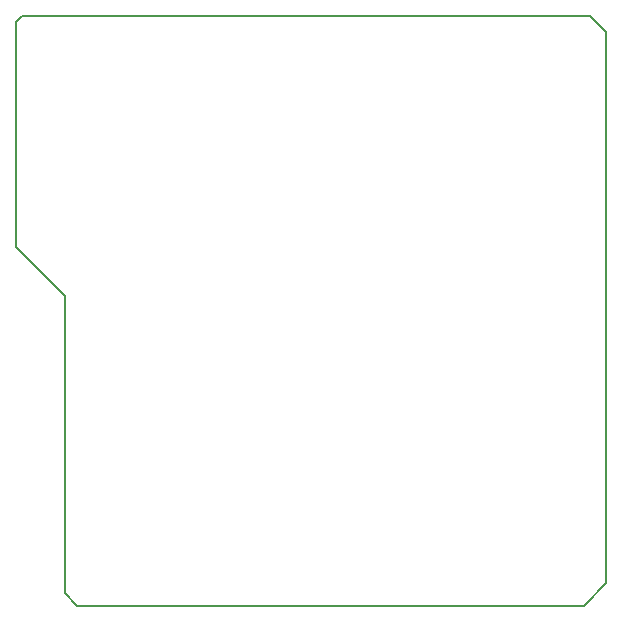
<source format=gbr>
G04 (created by PCBNEW (2013-07-07 BZR 4022)-stable) date 23/05/2015 20:04:57*
%MOIN*%
G04 Gerber Fmt 3.4, Leading zero omitted, Abs format*
%FSLAX34Y34*%
G01*
G70*
G90*
G04 APERTURE LIST*
%ADD10C,0.00590551*%
G04 APERTURE END LIST*
G54D10*
X51195Y-50505D02*
X51195Y-50510D01*
X51155Y-50465D02*
X51195Y-50505D01*
X51200Y-50510D02*
X68080Y-50510D01*
X68825Y-31360D02*
X68295Y-30830D01*
X49140Y-31030D02*
X49140Y-31035D01*
X49340Y-30830D02*
X49140Y-31030D01*
X68300Y-30830D02*
X68300Y-30840D01*
X49345Y-30830D02*
X68300Y-30830D01*
X49140Y-38430D02*
X49140Y-31030D01*
X68825Y-49695D02*
X68825Y-31360D01*
X68825Y-49745D02*
X68825Y-49700D01*
X68105Y-50465D02*
X68825Y-49745D01*
X49140Y-38525D02*
X49140Y-38445D01*
X50070Y-39455D02*
X49140Y-38525D01*
X50770Y-40155D02*
X50070Y-39455D01*
X50770Y-50080D02*
X50770Y-40155D01*
X51150Y-50460D02*
X50770Y-50080D01*
M02*

</source>
